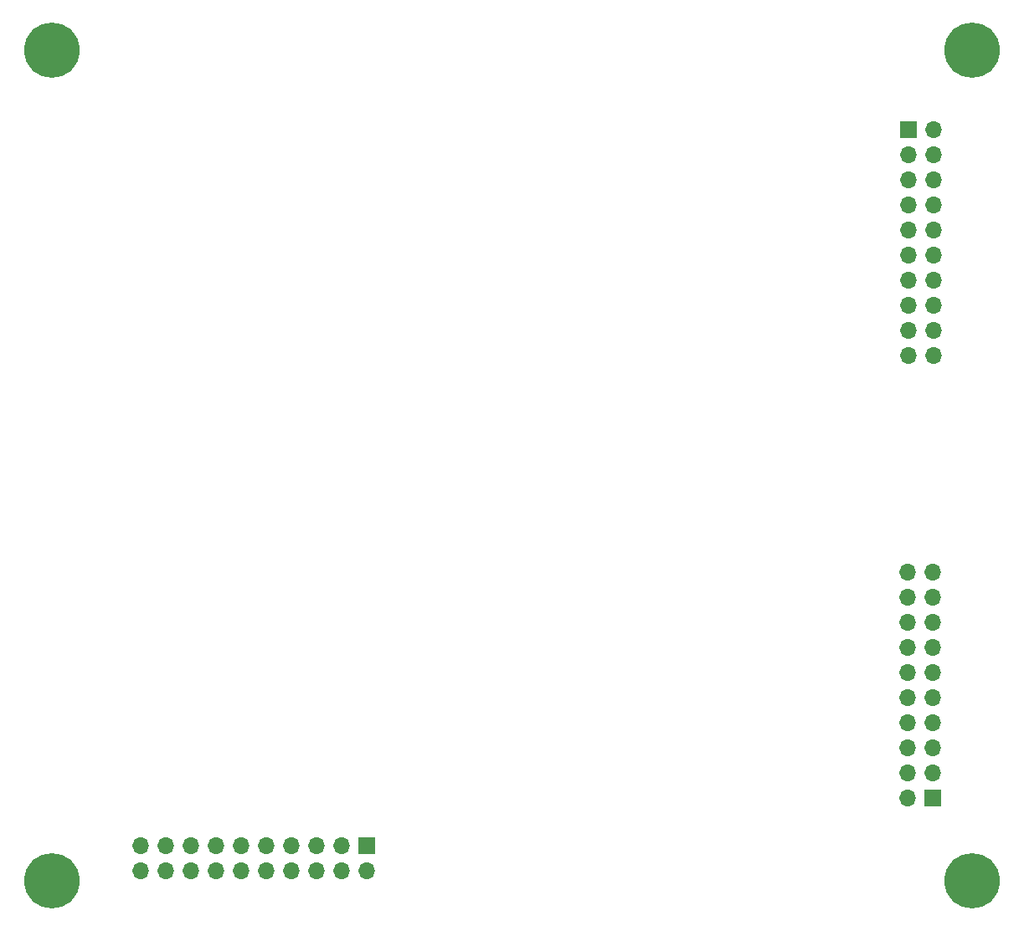
<source format=gbr>
G04 #@! TF.GenerationSoftware,KiCad,Pcbnew,(6.0.5)*
G04 #@! TF.CreationDate,2022-09-14T22:51:16+02:00*
G04 #@! TF.ProjectId,B3,42332e6b-6963-4616-945f-706362585858,rev?*
G04 #@! TF.SameCoordinates,Original*
G04 #@! TF.FileFunction,Soldermask,Bot*
G04 #@! TF.FilePolarity,Negative*
%FSLAX46Y46*%
G04 Gerber Fmt 4.6, Leading zero omitted, Abs format (unit mm)*
G04 Created by KiCad (PCBNEW (6.0.5)) date 2022-09-14 22:51:16*
%MOMM*%
%LPD*%
G01*
G04 APERTURE LIST*
%ADD10R,1.700000X1.700000*%
%ADD11O,1.700000X1.700000*%
%ADD12C,5.600000*%
G04 APERTURE END LIST*
D10*
X190000000Y-65000000D03*
D11*
X192540000Y-65000000D03*
X190000000Y-67540000D03*
X192540000Y-67540000D03*
X190000000Y-70080000D03*
X192540000Y-70080000D03*
X190000000Y-72620000D03*
X192540000Y-72620000D03*
X190000000Y-75160000D03*
X192540000Y-75160000D03*
X190000000Y-77700000D03*
X192540000Y-77700000D03*
X190000000Y-80240000D03*
X192540000Y-80240000D03*
X190000000Y-82780000D03*
X192540000Y-82780000D03*
X190000000Y-85320000D03*
X192540000Y-85320000D03*
X190000000Y-87860000D03*
X192540000Y-87860000D03*
D10*
X192500000Y-132660000D03*
D11*
X189960000Y-132660000D03*
X192500000Y-130120000D03*
X189960000Y-130120000D03*
X192500000Y-127580000D03*
X189960000Y-127580000D03*
X192500000Y-125040000D03*
X189960000Y-125040000D03*
X192500000Y-122500000D03*
X189960000Y-122500000D03*
X192500000Y-119960000D03*
X189960000Y-119960000D03*
X192500000Y-117420000D03*
X189960000Y-117420000D03*
X192500000Y-114880000D03*
X189960000Y-114880000D03*
X192500000Y-112340000D03*
X189960000Y-112340000D03*
X192500000Y-109800000D03*
X189960000Y-109800000D03*
D12*
X103406802Y-56930538D03*
D10*
X135200000Y-137500000D03*
D11*
X135200000Y-140040000D03*
X132660000Y-137500000D03*
X132660000Y-140040000D03*
X130120000Y-137500000D03*
X130120000Y-140040000D03*
X127580000Y-137500000D03*
X127580000Y-140040000D03*
X125040000Y-137500000D03*
X125040000Y-140040000D03*
X122500000Y-137500000D03*
X122500000Y-140040000D03*
X119960000Y-137500000D03*
X119960000Y-140040000D03*
X117420000Y-137500000D03*
X117420000Y-140040000D03*
X114880000Y-137500000D03*
X114880000Y-140040000D03*
X112340000Y-137500000D03*
X112340000Y-140040000D03*
D12*
X103406802Y-141055538D03*
X196406802Y-56930538D03*
X196406802Y-141055538D03*
M02*

</source>
